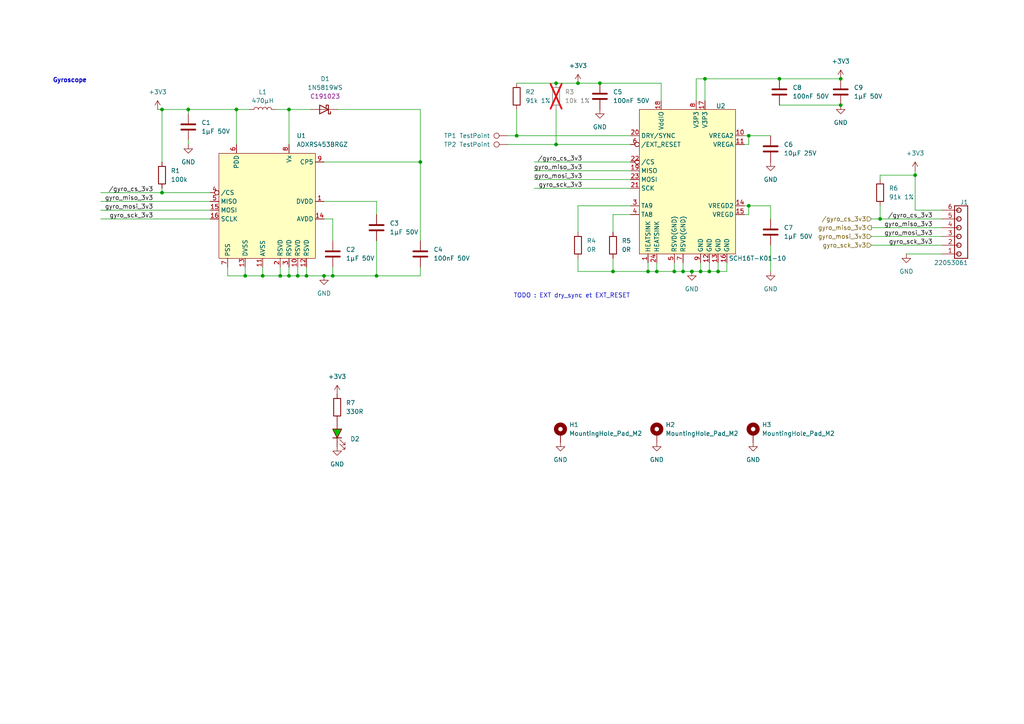
<source format=kicad_sch>
(kicad_sch (version 20231120) (generator "eeschema") (generator_version "8.0")
  (paper "A4")
  (lib_symbols
    (symbol "cocotter_capacitors:C_100nF_50V_0603" (pin_numbers hide) (pin_names (offset 0.254))
      (property "Reference" "C" (at 0.635 2.54 0))
      (property "Value" "100nF 50V" (at 0.635 -2.54 0))
      (symbol "C_100nF_50V_0603_0_1"
        (polyline (pts (xy -2.032 -0.762) (xy 2.032 -0.762)) (stroke (width 0.508)))
        (polyline (pts (xy -2.032 0.762) (xy 2.032 0.762)) (stroke (width 0.508)))
      )
      (symbol "C_100nF_50V_0603_1_1"
        (pin passive line (at 0 3.81 270) (length 2.794) (name "~") (number "1"))
        (pin passive line (at 0 -3.81 90) (length 2.794) (name "~") (number "2"))
      )
    )
    (symbol "cocotter_capacitors:C_10µF_25V_0805_X5R" (pin_numbers hide) (pin_names (offset 0.254))
      (property "Reference" "C" (at 0.635 2.54 0))
      (property "Value" "10µF 25V" (at 0.635 -2.54 0))
      (symbol "C_10µF_25V_0805_X5R_0_1"
        (polyline (pts (xy -2.032 -0.762) (xy 2.032 -0.762)) (stroke (width 0.508)))
        (polyline (pts (xy -2.032 0.762) (xy 2.032 0.762)) (stroke (width 0.508)))
      )
      (symbol "C_10µF_25V_0805_X5R_1_1"
        (pin passive line (at 0 3.81 270) (length 2.794) (name "~") (number "1"))
        (pin passive line (at 0 -3.81 90) (length 2.794) (name "~") (number "2"))
      )
    )
    (symbol "cocotter_capacitors:C_1µF_50V_0805" (pin_numbers hide) (pin_names (offset 0.254))
      (property "Reference" "C" (at 0.635 2.54 0))
      (property "Value" "1µF 50V" (at 0.635 -2.54 0))
      (symbol "C_1µF_50V_0805_0_1"
        (polyline (pts (xy -2.032 -0.762) (xy 2.032 -0.762)) (stroke (width 0.508)))
        (polyline (pts (xy -2.032 0.762) (xy 2.032 0.762)) (stroke (width 0.508)))
      )
      (symbol "C_1µF_50V_0805_1_1"
        (pin passive line (at 0 3.81 270) (length 2.794) (name "~") (number "1"))
        (pin passive line (at 0 -3.81 90) (length 2.794) (name "~") (number "2"))
      )
    )
    (symbol "cocotter_connectors:22053061"
      (property "Reference" "J" (at -6.604 8.636 0))
      (property "Value" "22053061" (at -2.794 -8.89 0))
      (symbol "22053061_1_0"
        (circle (center -5.08 -6.35) (radius 0.635) (stroke (width 0.254)))
        (circle (center -5.08 -3.81) (radius 0.635) (stroke (width 0.254)))
        (circle (center -5.08 -1.27) (radius 0.635) (stroke (width 0.254)))
        (circle (center -5.08 1.27) (radius 0.635) (stroke (width 0.254)))
        (circle (center -5.08 3.81) (radius 0.635) (stroke (width 0.254)))
        (circle (center -5.08 6.35) (radius 0.635) (stroke (width 0.254)))
        (polyline (pts (xy -7.62 7.62) (xy -7.62 -7.62)) (stroke (width 0.254)))
        (polyline (pts (xy -7.62 7.62) (xy -3.81 7.62)) (stroke (width 0.254)))
        (polyline (pts (xy -3.81 -7.62) (xy -7.62 -7.62)) (stroke (width 0.254)))
        (polyline (pts (xy -3.81 -7.62) (xy -3.81 7.62)) (stroke (width 0.254)))
        (pin passive line (at 0 -6.35 180) (length 5.08) (name "1") (number "1"))
        (pin passive line (at 0 -3.81 180) (length 5.08) (name "2") (number "2"))
        (pin passive line (at 0 -1.27 180) (length 5.08) (name "3") (number "3"))
        (pin passive line (at 0 1.27 180) (length 5.08) (name "4") (number "4"))
        (pin passive line (at 0 3.81 180) (length 5.08) (name "5") (number "5"))
        (pin passive line (at 0 6.35 180) (length 5.08) (name "6") (number "6"))
      )
    )
    (symbol "cocotter_diodes:1N5819WS" (pin_numbers hide) (pin_names (offset 1.016) hide)
      (property "Reference" "D" (at 0 2.54 0))
      (property "Value" "1N5819WS" (at 0 -2.54 0))
      (property "JLCPCB Part #" "C191023" (at 0 0 0))
      (symbol "1N5819WS_0_1"
        (polyline (pts (xy 1.27 0) (xy -1.27 0)))
        (polyline (pts (xy 1.27 1.27) (xy 1.27 -1.27) (xy -1.27 0) (xy 1.27 1.27)) (stroke (width 0.254)))
        (polyline (pts (xy -1.905 0.635) (xy -1.905 1.27) (xy -1.27 1.27) (xy -1.27 -1.27) (xy -0.635 -1.27) (xy -0.635 -0.635)) (stroke (width 0.254)))
      )
      (symbol "1N5819WS_1_1"
        (pin passive line (at -3.81 0 0) (length 2.54) (name "K") (number "1"))
        (pin passive line (at 3.81 0 180) (length 2.54) (name "A") (number "2"))
      )
    )
    (symbol "cocotter_diodes:green_led_0603" (pin_numbers hide) (pin_names (offset 1.016) hide)
      (property "Reference" "D" (at 0 2.54 0))
      (symbol "green_led_0603_0_1"
        (polyline (pts (xy -1.27 -1.27) (xy -1.27 1.27)) (stroke (width 0.254)))
        (polyline (pts (xy -3.048 -0.762) (xy -4.572 -2.286) (xy -3.81 -2.286) (xy -4.572 -2.286) (xy -4.572 -1.524)))
        (polyline (pts (xy -1.778 -0.762) (xy -3.302 -2.286) (xy -2.54 -2.286) (xy -3.302 -2.286) (xy -3.302 -1.524)))
      )
      (symbol "green_led_0603_1_1"
        (polyline (pts (xy 1.27 -1.27) (xy 1.27 1.27) (xy -1.27 0) (xy 1.27 -1.27)) (stroke (width 0.254)) (fill (type color) (color 0 194 0 1)))
        (pin passive line (at 3.81 0 180) (length 2.54) (name "A") (number "A"))
        (pin passive line (at -3.81 0 0) (length 2.54) (name "C") (number "C"))
      )
    )
    (symbol "cocotter_ic:ADXRS453BRGZ"
      (property "Reference" "U" (at 9.652 17.526 0))
      (property "Value" "ADXRS453BRGZ" (at 2.794 -5.588 0))
      (symbol "ADXRS453BRGZ_1_1"
        (rectangle (start -12.7 16.51) (end 15.24 -13.97) (fill (type background)))
        (pin power_out line (at 17.78 2.54 180) (length 2.54) (name "DVDD") (number "1"))
        (pin passive line (at 10.16 -16.51 90) (length 2.54) (name "RSVD") (number "10"))
        (pin passive line (at 0 -16.51 90) (length 2.54) (name "AVSS") (number "11"))
        (pin passive line (at 12.7 -16.51 90) (length 2.54) (name "RSVD") (number "12"))
        (pin passive line (at -5.08 -16.51 90) (length 2.54) (name "DVSS") (number "13"))
        (pin power_out line (at 17.78 -2.54 180) (length 2.54) (name "AVDD") (number "14"))
        (pin input line (at -15.24 0 0) (length 2.54) (name "MOSI") (number "15"))
        (pin input line (at -15.24 -2.54 0) (length 2.54) (name "SCLK") (number "16"))
        (pin passive line (at 5.08 -16.51 90) (length 2.54) (name "RSVD") (number "2"))
        (pin passive line (at 7.62 -16.51 90) (length 2.54) (name "RSVD") (number "3"))
        (pin input inverted (at -15.24 5.08 0) (length 2.54) (name "/CS") (number "4"))
        (pin output line (at -15.24 2.54 0) (length 2.54) (name "MISO") (number "5"))
        (pin power_in line (at -7.62 19.05 270) (length 2.54) (name "PDD") (number "6"))
        (pin passive line (at -10.16 -16.51 90) (length 2.54) (name "PSS") (number "7"))
        (pin power_in line (at 7.62 19.05 270) (length 2.54) (name "Vx") (number "8"))
        (pin power_in line (at 17.78 13.97 180) (length 2.54) (name "CP5") (number "9"))
      )
    )
    (symbol "cocotter_ic:SCH16T-K01-10"
      (property "Reference" "U" (at 10.922 28.956 0))
      (property "Value" "SCH16T-K01-10" (at 21.59 -15.24 0))
      (symbol "SCH16T-K01-10_1_0"
        (pin power_in line (at 3.81 30.48 270) (length 2.54) (name "V3P3") (number "8"))
      )
      (symbol "SCH16T-K01-10_1_1"
        (rectangle (start -12.7 27.94) (end 15.24 -13.97) (fill (type background)))
        (pin passive line (at -10.16 -16.51 90) (length 2.54) (name "HEATSINK") (number "1"))
        (pin power_out line (at 17.78 20.32 180) (length 2.54) (name "VREGA2") (number "10"))
        (pin power_out line (at 17.78 17.78 180) (length 2.54) (name "VREGA") (number "11"))
        (pin passive line (at 7.62 -16.51 90) (length 2.54) (name "GND") (number "12"))
        (pin passive line (at 10.16 -16.51 90) (length 2.54) (name "GND") (number "13"))
        (pin power_out line (at 17.78 0 180) (length 2.54) (name "VREGD2") (number "14"))
        (pin power_out line (at 17.78 -2.54 180) (length 2.54) (name "VREGD") (number "15"))
        (pin passive line (at 12.7 -16.51 90) (length 2.54) (name "GND") (number "16"))
        (pin power_in line (at 6.35 30.48 270) (length 2.54) (name "V3P3") (number "17"))
        (pin power_in line (at -6.35 30.48 270) (length 2.54) (name "VddIO") (number "18"))
        (pin output line (at -15.24 10.16 0) (length 2.54) (name "MISO") (number "19"))
        (pin no_connect line (at 15.875 -8.89 180) (length 0.635) hide (name "NC") (number "2"))
        (pin bidirectional line (at -15.24 20.32 0) (length 2.54) (name "DRY/SYNC") (number "20"))
        (pin input line (at -15.24 5.08 0) (length 2.54) (name "SCK") (number "21"))
        (pin input inverted (at -15.24 12.7 0) (length 2.54) (name "/CS") (number "22"))
        (pin input line (at -15.24 7.62 0) (length 2.54) (name "MOSI") (number "23"))
        (pin passive line (at -7.62 -16.51 90) (length 2.54) (name "HEATSINK") (number "24"))
        (pin input line (at -15.24 0 0) (length 2.54) (name "TA9") (number "3"))
        (pin input line (at -15.24 -2.54 0) (length 2.54) (name "TA8") (number "4"))
        (pin passive line (at -2.54 -16.51 90) (length 2.54) (name "RSVD(GND)") (number "5"))
        (pin input inverted (at -15.24 17.78 0) (length 2.54) (name "/EXT_RESET") (number "6"))
        (pin passive line (at 0 -16.51 90) (length 2.54) (name "RSVD(GND)") (number "7"))
        (pin passive line (at 5.08 -16.51 90) (length 2.54) (name "GND") (number "9"))
      )
    )
    (symbol "cocotter_inductors:B82422H1474J" (pin_numbers hide) (pin_names (offset 0) hide)
      (property "Reference" "L" (at 1.524 3.556 0))
      (property "Value" "470µH" (at 4.064 -1.778 0))
      (symbol "B82422H1474J_0_1"
        (arc (start 0 -2.54) (mid 0.6323 -1.905) (end 0 -1.27))
        (arc (start 0 -1.27) (mid 0.6323 -0.635) (end 0 0))
        (arc (start 0 0) (mid 0.6323 0.635) (end 0 1.27))
        (arc (start 0 1.27) (mid 0.6323 1.905) (end 0 2.54))
      )
      (symbol "B82422H1474J_1_1"
        (pin passive line (at 0 3.81 270) (length 1.27) (name "1") (number "1"))
        (pin passive line (at 0 -3.81 90) (length 1.27) (name "2") (number "2"))
      )
    )
    (symbol "cocotter_others:MountingHole_Pad_M2" (pin_numbers hide) (pin_names (offset 1.016) hide) (exclude_from_sim yes) (in_bom no)
      (property "Reference" "H" (at 0 6.35 0))
      (property "Value" "MountingHole_Pad_M2" (at 0 4.445 0))
      (symbol "MountingHole_Pad_M2_0_1"
        (circle (center 0 1.27) (radius 1.27) (stroke (width 1.27)))
      )
      (symbol "MountingHole_Pad_M2_1_1"
        (pin input line (at 0 -2.54 90) (length 2.54) (name "1") (number "1"))
      )
    )
    (symbol "cocotter_others:TestPoint" (pin_numbers hide) (pin_names (offset 0.762) hide) (in_bom no)
      (property "Reference" "TP" (at 0 6.858 0))
      (property "Value" "TestPoint" (at 0 5.08 0))
      (symbol "TestPoint_0_1"
        (circle (center 0 3.302) (radius 0.762))
      )
      (symbol "TestPoint_1_1"
        (pin passive line (at 0 0 90) (length 2.54) (name "1") (number "1"))
      )
    )
    (symbol "cocotter_resistors:R_0R_0603" (pin_numbers hide) (pin_names (offset 0))
      (property "Reference" "R" (at 1.27 1.27 0))
      (property "Value" "0R" (at 3.81 -1.27 0))
      (symbol "R_0R_0603_0_1"
        (rectangle (start -1.016 -2.54) (end 1.016 2.54) (stroke (width 0.254)))
      )
      (symbol "R_0R_0603_1_1"
        (pin passive line (at 0 3.81 270) (length 1.27) (name "~") (number "1"))
        (pin passive line (at 0 -3.81 90) (length 1.27) (name "~") (number "2"))
      )
    )
    (symbol "cocotter_resistors:R_100k_0603_1%" (pin_numbers hide) (pin_names (offset 0))
      (property "Reference" "R" (at 1.27 1.27 0))
      (property "Value" "100k" (at 3.81 -1.27 0))
      (symbol "R_100k_0603_1%_0_1"
        (rectangle (start -1.016 -2.54) (end 1.016 2.54) (stroke (width 0.254)))
      )
      (symbol "R_100k_0603_1%_1_1"
        (pin passive line (at 0 3.81 270) (length 1.27) (name "~") (number "1"))
        (pin passive line (at 0 -3.81 90) (length 1.27) (name "~") (number "2"))
      )
    )
    (symbol "cocotter_resistors:R_10k_0603_1%" (pin_numbers hide) (pin_names (offset 0))
      (property "Reference" "R" (at 1.27 1.27 0))
      (property "Value" "10k 1%" (at 3.81 -1.27 0))
      (symbol "R_10k_0603_1%_0_1"
        (rectangle (start -1.016 -2.54) (end 1.016 2.54) (stroke (width 0.254)))
      )
      (symbol "R_10k_0603_1%_1_1"
        (pin passive line (at 0 3.81 270) (length 1.27) (name "~") (number "1"))
        (pin passive line (at 0 -3.81 90) (length 1.27) (name "~") (number "2"))
      )
    )
    (symbol "cocotter_resistors:R_330R_0603_1%" (pin_numbers hide) (pin_names (offset 0))
      (property "Reference" "R" (at 1.27 1.27 0))
      (property "Value" "330R" (at 3.81 -1.27 0))
      (symbol "R_330R_0603_1%_0_1"
        (rectangle (start -1.016 -2.54) (end 1.016 2.54) (stroke (width 0.254)))
      )
      (symbol "R_330R_0603_1%_1_1"
        (pin passive line (at 0 3.81 270) (length 1.27) (name "~") (number "1"))
        (pin passive line (at 0 -3.81 90) (length 1.27) (name "~") (number "2"))
      )
    )
    (symbol "cocotter_resistors:R_91k_0603_1%" (pin_numbers hide) (pin_names (offset 0))
      (property "Reference" "R" (at 1.27 1.27 0))
      (property "Value" "91k 1%" (at 4.826 -1.27 0))
      (symbol "R_91k_0603_1%_0_1"
        (rectangle (start -1.016 -2.54) (end 1.016 2.54) (stroke (width 0.254)))
      )
      (symbol "R_91k_0603_1%_1_1"
        (pin passive line (at 0 3.81 270) (length 1.27) (name "~") (number "1"))
        (pin passive line (at 0 -3.81 90) (length 1.27) (name "~") (number "2"))
      )
    )
    (symbol "pmi_2023_specific:+3V3_m" (power) (pin_numbers hide) (pin_names (offset 0) hide)
      (property "Value" "+3V3_m" (at 0 3.556 0))
      (symbol "+3V3_m_0_1"
        (polyline (pts (xy -0.762 1.27) (xy 0 2.54)))
        (polyline (pts (xy 0 0) (xy 0 2.54)))
        (polyline (pts (xy 0 2.54) (xy 0.762 1.27)))
      )
      (symbol "+3V3_m_1_1"
        (pin power_in line (at 0 0 90) (length 0) (name "~") (number "1"))
      )
    )
    (symbol "power:GND" (power) (pin_numbers hide) (pin_names (offset 0) hide)
      (property "Value" "GND" (at 0 -3.81 0))
      (symbol "GND_0_1"
        (polyline (pts (xy 0 0) (xy 0 -1.27) (xy 1.27 -1.27) (xy 0 -2.54) (xy -1.27 -1.27) (xy 0 -1.27)))
      )
      (symbol "GND_1_1"
        (pin power_in line (at 0 0 270) (length 0) (name "~") (number "1"))
      )
    )
  )
  (junction (at 93.98 80.01))
  (junction (at 161.29 41.91))
  (junction (at 226.06 22.86))
  (junction (at 81.28 80.01))
  (junction (at 109.22 80.01))
  (junction (at 187.96 78.74))
  (junction (at 68.58 31.75))
  (junction (at 88.9 80.01))
  (junction (at 203.2 78.74))
  (junction (at 83.82 80.01))
  (junction (at 121.92 46.99))
  (junction (at 86.36 80.01))
  (junction (at 177.8 78.74))
  (junction (at 205.74 78.74))
  (junction (at 161.29 24.13))
  (junction (at 190.5 78.74))
  (junction (at 54.61 31.75))
  (junction (at 217.17 39.37))
  (junction (at 198.12 78.74))
  (junction (at 96.52 80.01))
  (junction (at 46.99 55.88))
  (junction (at 265.43 50.8))
  (junction (at 71.12 80.01))
  (junction (at 167.64 24.13))
  (junction (at 204.47 22.86))
  (junction (at 149.86 39.37))
  (junction (at 200.66 78.74))
  (junction (at 243.84 22.86))
  (junction (at 46.99 31.75))
  (junction (at 173.99 24.13))
  (junction (at 208.28 78.74))
  (junction (at 243.84 30.48))
  (junction (at 255.27 63.5))
  (junction (at 195.58 78.74))
  (junction (at 83.82 31.75))
  (junction (at 217.17 59.69))
  (junction (at 76.2 80.01))
  (wire (pts (xy 215.9 62.23) (xy 217.17 62.23)))
  (wire (pts (xy 190.5 78.74) (xy 195.58 78.74)))
  (wire (pts (xy 109.22 80.01) (xy 109.22 69.85)))
  (wire (pts (xy 161.29 41.91) (xy 161.29 31.75)))
  (wire (pts (xy 255.27 50.8) (xy 265.43 50.8)))
  (wire (pts (xy 29.21 63.5) (xy 60.96 63.5)))
  (wire (pts (xy 226.06 22.86) (xy 243.84 22.86)))
  (wire (pts (xy 252.73 68.58) (xy 273.05 68.58)))
  (wire (pts (xy 208.28 78.74) (xy 210.82 78.74)))
  (wire (pts (xy 204.47 22.86) (xy 226.06 22.86)))
  (wire (pts (xy 46.99 31.75) (xy 54.61 31.75)))
  (wire (pts (xy 191.77 24.13) (xy 173.99 24.13)))
  (wire (pts (xy 190.5 76.2) (xy 190.5 78.74)))
  (wire (pts (xy 252.73 66.04) (xy 273.05 66.04)))
  (wire (pts (xy 66.04 77.47) (xy 66.04 80.01)))
  (wire (pts (xy 96.52 77.47) (xy 96.52 80.01)))
  (wire (pts (xy 83.82 31.75) (xy 90.17 31.75)))
  (wire (pts (xy 265.43 49.53) (xy 265.43 50.8)))
  (wire (pts (xy 205.74 76.2) (xy 205.74 78.74)))
  (wire (pts (xy 96.52 80.01) (xy 109.22 80.01)))
  (wire (pts (xy 76.2 77.47) (xy 76.2 80.01)))
  (wire (pts (xy 252.73 63.5) (xy 255.27 63.5)))
  (wire (pts (xy 255.27 52.07) (xy 255.27 50.8)))
  (wire (pts (xy 68.58 31.75) (xy 72.39 31.75)))
  (wire (pts (xy 252.73 71.12) (xy 273.05 71.12)))
  (wire (pts (xy 262.89 73.66) (xy 273.05 73.66)))
  (wire (pts (xy 83.82 41.91) (xy 83.82 31.75)))
  (wire (pts (xy 154.94 46.99) (xy 182.88 46.99)))
  (wire (pts (xy 86.36 80.01) (xy 88.9 80.01)))
  (wire (pts (xy 198.12 78.74) (xy 200.66 78.74)))
  (wire (pts (xy 71.12 77.47) (xy 71.12 80.01)))
  (wire (pts (xy 46.99 55.88) (xy 60.96 55.88)))
  (wire (pts (xy 93.98 63.5) (xy 96.52 63.5)))
  (wire (pts (xy 217.17 59.69) (xy 223.52 59.69)))
  (wire (pts (xy 81.28 80.01) (xy 83.82 80.01)))
  (wire (pts (xy 210.82 78.74) (xy 210.82 76.2)))
  (wire (pts (xy 88.9 80.01) (xy 93.98 80.01)))
  (wire (pts (xy 46.99 31.75) (xy 46.99 46.99)))
  (wire (pts (xy 226.06 30.48) (xy 243.84 30.48)))
  (wire (pts (xy 177.8 78.74) (xy 187.96 78.74)))
  (wire (pts (xy 54.61 33.02) (xy 54.61 31.75)))
  (wire (pts (xy 29.21 60.96) (xy 60.96 60.96)))
  (wire (pts (xy 182.88 62.23) (xy 177.8 62.23)))
  (wire (pts (xy 217.17 41.91) (xy 217.17 39.37)))
  (wire (pts (xy 203.2 78.74) (xy 205.74 78.74)))
  (wire (pts (xy 109.22 80.01) (xy 121.92 80.01)))
  (wire (pts (xy 205.74 78.74) (xy 208.28 78.74)))
  (wire (pts (xy 83.82 80.01) (xy 86.36 80.01)))
  (wire (pts (xy 198.12 76.2) (xy 198.12 78.74)))
  (wire (pts (xy 167.64 24.13) (xy 173.99 24.13)))
  (wire (pts (xy 93.98 80.01) (xy 96.52 80.01)))
  (wire (pts (xy 97.79 31.75) (xy 121.92 31.75)))
  (wire (pts (xy 45.72 31.75) (xy 46.99 31.75)))
  (wire (pts (xy 187.96 78.74) (xy 190.5 78.74)))
  (wire (pts (xy 76.2 80.01) (xy 81.28 80.01)))
  (wire (pts (xy 217.17 39.37) (xy 215.9 39.37)))
  (wire (pts (xy 83.82 31.75) (xy 80.01 31.75)))
  (wire (pts (xy 217.17 59.69) (xy 217.17 62.23)))
  (wire (pts (xy 109.22 58.42) (xy 109.22 62.23)))
  (wire (pts (xy 255.27 59.69) (xy 255.27 63.5)))
  (wire (pts (xy 265.43 60.96) (xy 273.05 60.96)))
  (wire (pts (xy 93.98 46.99) (xy 121.92 46.99)))
  (wire (pts (xy 54.61 40.64) (xy 54.61 41.91)))
  (wire (pts (xy 88.9 77.47) (xy 88.9 80.01)))
  (wire (pts (xy 177.8 74.93) (xy 177.8 78.74)))
  (wire (pts (xy 167.64 78.74) (xy 177.8 78.74)))
  (wire (pts (xy 93.98 58.42) (xy 109.22 58.42)))
  (wire (pts (xy 29.21 58.42) (xy 60.96 58.42)))
  (wire (pts (xy 149.86 39.37) (xy 182.88 39.37)))
  (wire (pts (xy 177.8 62.23) (xy 177.8 67.31)))
  (wire (pts (xy 83.82 77.47) (xy 83.82 80.01)))
  (wire (pts (xy 215.9 59.69) (xy 217.17 59.69)))
  (wire (pts (xy 149.86 24.13) (xy 161.29 24.13)))
  (wire (pts (xy 215.9 41.91) (xy 217.17 41.91)))
  (wire (pts (xy 195.58 78.74) (xy 198.12 78.74)))
  (wire (pts (xy 203.2 76.2) (xy 203.2 78.74)))
  (wire (pts (xy 46.99 55.88) (xy 46.99 54.61)))
  (wire (pts (xy 96.52 63.5) (xy 96.52 69.85)))
  (wire (pts (xy 147.32 41.91) (xy 161.29 41.91)))
  (wire (pts (xy 187.96 76.2) (xy 187.96 78.74)))
  (wire (pts (xy 182.88 59.69) (xy 167.64 59.69)))
  (wire (pts (xy 121.92 31.75) (xy 121.92 46.99)))
  (wire (pts (xy 195.58 76.2) (xy 195.58 78.74)))
  (wire (pts (xy 68.58 31.75) (xy 68.58 41.91)))
  (wire (pts (xy 255.27 63.5) (xy 273.05 63.5)))
  (wire (pts (xy 54.61 31.75) (xy 68.58 31.75)))
  (wire (pts (xy 161.29 24.13) (xy 167.64 24.13)))
  (wire (pts (xy 201.93 22.86) (xy 204.47 22.86)))
  (wire (pts (xy 161.29 41.91) (xy 182.88 41.91)))
  (wire (pts (xy 71.12 80.01) (xy 76.2 80.01)))
  (wire (pts (xy 29.21 55.88) (xy 46.99 55.88)))
  (wire (pts (xy 167.64 74.93) (xy 167.64 78.74)))
  (wire (pts (xy 149.86 31.75) (xy 149.86 39.37)))
  (wire (pts (xy 147.32 39.37) (xy 149.86 39.37)))
  (wire (pts (xy 66.04 80.01) (xy 71.12 80.01)))
  (wire (pts (xy 223.52 71.12) (xy 223.52 78.74)))
  (wire (pts (xy 223.52 59.69) (xy 223.52 63.5)))
  (wire (pts (xy 167.64 59.69) (xy 167.64 67.31)))
  (wire (pts (xy 191.77 29.21) (xy 191.77 24.13)))
  (wire (pts (xy 217.17 39.37) (xy 223.52 39.37)))
  (wire (pts (xy 121.92 80.01) (xy 121.92 77.47)))
  (wire (pts (xy 265.43 50.8) (xy 265.43 60.96)))
  (wire (pts (xy 201.93 29.21) (xy 201.93 22.86)))
  (wire (pts (xy 154.94 49.53) (xy 182.88 49.53)))
  (wire (pts (xy 81.28 77.47) (xy 81.28 80.01)))
  (wire (pts (xy 208.28 76.2) (xy 208.28 78.74)))
  (wire (pts (xy 121.92 46.99) (xy 121.92 69.85)))
  (wire (pts (xy 154.94 54.61) (xy 182.88 54.61)))
  (wire (pts (xy 86.36 77.47) (xy 86.36 80.01)))
  (wire (pts (xy 154.94 52.07) (xy 182.88 52.07)))
  (wire (pts (xy 200.66 78.74) (xy 203.2 78.74)))
  (wire (pts (xy 204.47 22.86) (xy 204.47 29.21)))
  (text "Gyroscope" (at 15.24 24.13 0) (effects (font (size 1.27 1.27) (thickness 0.254) (bold yes)) (justify left bottom)))
  (text "TODO : EXT dry_sync et EXT_RESET" (at 165.862 85.852 0) (effects (font (size 1.27 1.27))))
  (label "gyro_miso_3v3" (at 44.45 58.42 180))
  (label "gyro_miso_3v3" (at 168.91 49.53 180))
  (label "{slash}gyro_cs_3v3" (at 270.51 63.5 180))
  (label "gyro_sck_3v3" (at 270.51 71.12 180))
  (label "{slash}gyro_cs_3v3" (at 168.91 46.99 180))
  (label "gyro_mosi_3v3" (at 44.45 60.96 180))
  (label "{slash}gyro_cs_3v3" (at 44.45 55.88 180))
  (label "gyro_sck_3v3" (at 44.45 63.5 180))
  (label "gyro_mosi_3v3" (at 168.91 52.07 180))
  (label "gyro_sck_3v3" (at 168.91 54.61 180))
  (label "gyro_mosi_3v3" (at 270.51 68.58 180))
  (label "gyro_miso_3v3" (at 270.51 66.04 180))
  (hierarchical_label "{slash}gyro_cs_3v3" (shape input) (at 252.73 63.5 180))
  (hierarchical_label "gyro_mosi_3v3" (shape input) (at 252.73 68.58 180))
  (hierarchical_label "gyro_sck_3v3" (shape input) (at 252.73 71.12 180))
  (hierarchical_label "gyro_miso_3v3" (shape output) (at 252.73 66.04 180))
  (symbol (lib_id "cocotter_ic:ADXRS453BRGZ") (at 76.2 60.96 0) (unit 1) (on_board no)
    (property "Reference" "U1" (at 86.0141 39.37 0) (effects (justify left)))
    (property "Value" "ADXRS453BRGZ" (at 86.0141 41.91 0) (effects (justify left)))
    (property "Footprint" "cocotter_ic:SOIC-16W_7.5x10.3mm_P1.27mm" (effects (hide yes)))
    (property "Description" "High Performance, Digital Output Gyroscope" (effects (hide yes)))
  )
  (symbol (lib_id "cocotter_resistors:R_0R_0603") (at 177.8 71.12 0) (unit 1)
    (property "Reference" "R5" (at 180.34 69.8499 0) (effects (justify left)))
    (property "Value" "0R" (at 180.34 72.3899 0) (effects (justify left)))
    (property "Footprint" "cocotter_resistor:r0603_reflow" (effects (hide yes)))
    (property "Description" "Resistor" (effects (hide yes)))
    (property "Specification" "0R 0603 20mOhms max 100mW" (effects (hide yes)))
    (property "JLCPCB Part #" "C431718" (effects (hide yes)))
  )
  (symbol (lib_id "cocotter_connectors:22053061") (at 273.05 67.31 0) (mirror y) (unit 1)
    (property "Reference" "J1" (at 279.654 58.674 0))
    (property "Value" "22053061" (at 275.844 76.2 0))
    (property "Footprint" "cocotter_connectors:22053061" (effects (hide yes)))
    (property "Description" "mini KK, 2.54mm pitch, 6 ways, right angle" (effects (hide yes)))
  )
  (symbol (lib_id "cocotter_capacitors:C_1µF_50V_0805") (at 109.22 66.04 0) (unit 1) (on_board no)
    (property "Reference" "C3" (at 113.03 64.7699 0) (effects (justify left)))
    (property "Value" "1µF 50V" (at 113.03 67.3099 0) (effects (justify left)))
    (property "Footprint" "cocotter_capacitors:C_0805_2012Metric" (effects (hide yes)))
    (property "Description" "Unpolarized capacitor X7R" (effects (hide yes)))
    (property "Specification" "1µF 50V X7R 0805 " (effects (hide yes)))
    (property "JLCPCB Part #" "C28323" (effects (hide yes)))
  )
  (symbol (lib_id "pmi_2023_specific:+3V3_m") (at 97.79 114.3 0) (unit 1) (on_board no)
    (property "Reference" "#PWR13" (effects (hide yes)))
    (property "Value" "+3V3" (at 97.79 109.22 0))
    (property "Description" "Power symbol creates a global label with name \"+3V3_m\"" (effects (hide yes)))
  )
  (symbol (lib_id "power:GND") (at 243.84 30.48 0) (unit 1) (on_board no)
    (property "Reference" "#PWR10" (effects (hide yes)))
    (property "Value" "GND" (at 243.84 35.56 0))
    (property "Description" "Power symbol creates a global label with name \"GND\" , ground" (effects (hide yes)))
  )
  (symbol (lib_id "cocotter_inductors:B82422H1474J") (at 76.2 31.75 90) (unit 1) (on_board no)
    (property "Reference" "L1" (at 76.2 26.67 90))
    (property "Value" "470µH" (at 76.2 29.21 90))
    (property "Footprint" "cocotter_inductors:L_Kyocera_07A7_7.3x6.6mm" (effects (hide yes)))
    (property "Datasheet" "https://product.tdk.com/system/files/dam/doc/product/inductor/inductor/smd/data_sheet/30/db/ind_2008/b82422h.pdf" (effects (hide yes)))
    (property "Description" "470 µH, Isat 100mA, DCR 20Ohms" (effects (hide yes)))
    (property "JLCPCB Part #" "C1330269" (effects (hide yes)))
  )
  (symbol (lib_id "pmi_2023_specific:+3V3_m") (at 45.72 31.75 0) (unit 1) (on_board no)
    (property "Reference" "#PWR1" (effects (hide yes)))
    (property "Value" "+3V3" (at 45.72 26.67 0))
    (property "Description" "Power symbol creates a global label with name \"+3V3_m\"" (effects (hide yes)))
  )
  (symbol (lib_id "cocotter_others:TestPoint") (at 147.32 41.91 90) (unit 1) (in_bom no) (on_board no)
    (property "Reference" "TP2" (at 130.556 41.91 90))
    (property "Value" "TestPoint" (at 137.668 41.91 90))
    (property "Footprint" "cocotter_others:testpoint-THT-0.5mm" (effects (hide yes)))
    (property "Description" "test point" (effects (hide yes)))
  )
  (symbol (lib_id "cocotter_capacitors:C_1µF_50V_0805") (at 54.61 36.83 0) (unit 1) (on_board no)
    (property "Reference" "C1" (at 58.42 35.5599 0) (effects (justify left)))
    (property "Value" "1µF 50V" (at 58.42 38.0999 0) (effects (justify left)))
    (property "Footprint" "cocotter_capacitors:C_0805_2012Metric" (effects (hide yes)))
    (property "Description" "Unpolarized capacitor X7R" (effects (hide yes)))
    (property "Specification" "1µF 50V X7R 0805 " (effects (hide yes)))
    (property "JLCPCB Part #" "C28323" (effects (hide yes)))
  )
  (symbol (lib_id "cocotter_resistors:R_100k_0603_1%") (at 46.99 50.8 0) (unit 1) (on_board no)
    (property "Reference" "R1" (at 49.53 49.5299 0) (effects (justify left)))
    (property "Value" "100k" (at 49.53 52.0699 0) (effects (justify left)))
    (property "Footprint" "cocotter_resistor:r0603_reflow" (effects (hide yes)))
    (property "Description" "Resistor" (effects (hide yes)))
    (property "Specification" "100k 0603 1% 100mW" (effects (hide yes)))
    (property "mouser" "603-RC0603FR-10100KL" (effects (hide yes)))
    (property "JLCPCB Part #" "C25803" (effects (hide yes)))
  )
  (symbol (lib_id "cocotter_capacitors:C_100nF_50V_0603") (at 173.99 27.94 0) (unit 1)
    (property "Reference" "C5" (at 177.8 26.6699 0) (effects (justify left)))
    (property "Value" "100nF 50V" (at 177.8 29.2099 0) (effects (justify left)))
    (property "Footprint" "cocotter_capacitors:C_0603_1608Metric" (effects (hide yes)))
    (property "Description" "Unpolarized capacitor tol +/-10%" (effects (hide yes)))
    (property "Specification" "100nF 50V X7R 0603 " (effects (hide yes)))
    (property "JLCPCB Part #" "C14663" (effects (hide yes)))
  )
  (symbol (lib_id "cocotter_ic:SCH16T-K01-10") (at 198.12 59.69 0) (unit 1)
    (property "Reference" "U2" (at 209.042 30.734 0))
    (property "Value" "SCH16T-K01-10" (at 219.71 74.93 0))
    (property "Footprint" "cocotter_ic:SCH16T" (effects (hide yes)))
    (property "Description" "High Performance, Digital Output Gyroscope, Murata" (effects (hide yes)))
  )
  (symbol (lib_id "power:GND") (at 262.89 73.66 0) (unit 1) (on_board no)
    (property "Reference" "#PWR11" (effects (hide yes)))
    (property "Value" "GND" (at 262.89 78.74 0))
    (property "Description" "Power symbol creates a global label with name \"GND\" , ground" (effects (hide yes)))
  )
  (symbol (lib_id "cocotter_capacitors:C_10µF_25V_0805_X5R") (at 223.52 43.18 0) (unit 1)
    (property "Reference" "C6" (at 227.33 41.9099 0) (effects (justify left)))
    (property "Value" "10µF 25V" (at 227.33 44.4499 0) (effects (justify left)))
    (property "Footprint" "cocotter_capacitors:C_0805_2012Metric" (effects (hide yes)))
    (property "Description" "Unpolarized capacitor" (effects (hide yes)))
    (property "Specification" "10µF 25V X7R 0805 " (effects (hide yes)))
    (property "JLCPCB Part #" "C15850" (effects (hide yes)))
  )
  (symbol (lib_id "cocotter_resistors:R_91k_0603_1%") (at 149.86 27.94 0) (unit 1)
    (property "Reference" "R2" (at 152.4 26.6699 0) (effects (justify left)))
    (property "Value" "91k 1%" (at 152.4 29.2099 0) (effects (justify left)))
    (property "Footprint" "cocotter_resistor:r0603_reflow" (effects (hide yes)))
    (property "Description" "Resistor" (effects (hide yes)))
    (property "Specification" "91k 0603 1% 100mW" (effects (hide yes)))
    (property "JLCPCB Part #" "C23265" (effects (hide yes)))
  )
  (symbol (lib_id "power:GND") (at 218.44 128.27 0) (unit 1) (on_board no)
    (property "Reference" "#PWR17" (effects (hide yes)))
    (property "Value" "GND" (at 218.44 133.35 0))
    (property "Description" "Power symbol creates a global label with name \"GND\" , ground" (effects (hide yes)))
  )
  (symbol (lib_id "power:GND") (at 200.66 78.74 0) (unit 1) (on_board no)
    (property "Reference" "#PWR6" (effects (hide yes)))
    (property "Value" "GND" (at 200.66 83.82 0))
    (property "Description" "Power symbol creates a global label with name \"GND\" , ground" (effects (hide yes)))
  )
  (symbol (lib_id "cocotter_others:MountingHole_Pad_M2") (at 218.44 125.73 0) (unit 1) (exclude_from_sim yes) (in_bom no)
    (property "Reference" "H3" (at 220.98 123.1899 0) (effects (justify left)))
    (property "Value" "MountingHole_Pad_M2" (at 220.98 125.7299 0) (effects (justify left)))
    (property "Footprint" "cocotter_others:MountingHole_2.2mm_M2_Pad_Via" (effects (hide yes)))
    (property "Description" "Mounting Hole with connection" (effects (hide yes)))
  )
  (symbol (lib_id "power:GND") (at 54.61 41.91 0) (unit 1) (on_board no)
    (property "Reference" "#PWR2" (effects (hide yes)))
    (property "Value" "GND" (at 54.61 46.99 0))
    (property "Description" "Power symbol creates a global label with name \"GND\" , ground" (effects (hide yes)))
  )
  (symbol (lib_id "power:GND") (at 223.52 78.74 0) (unit 1) (on_board no)
    (property "Reference" "#PWR8" (effects (hide yes)))
    (property "Value" "GND" (at 223.52 83.82 0))
    (property "Description" "Power symbol creates a global label with name \"GND\" , ground" (effects (hide yes)))
  )
  (symbol (lib_id "cocotter_others:TestPoint") (at 147.32 39.37 90) (unit 1) (in_bom no) (on_board no)
    (property "Reference" "TP1" (at 130.556 39.37 90))
    (property "Value" "TestPoint" (at 137.668 39.37 90))
    (property "Footprint" "cocotter_others:testpoint-THT-0.5mm" (effects (hide yes)))
    (property "Description" "test point" (effects (hide yes)))
  )
  (symbol (lib_id "cocotter_capacitors:C_100nF_50V_0603") (at 121.92 73.66 0) (unit 1) (on_board no)
    (property "Reference" "C4" (at 125.73 72.3899 0) (effects (justify left)))
    (property "Value" "100nF 50V" (at 125.73 74.9299 0) (effects (justify left)))
    (property "Footprint" "cocotter_capacitors:C_0603_1608Metric" (effects (hide yes)))
    (property "Description" "Unpolarized capacitor tol +/-10%" (effects (hide yes)))
    (property "Specification" "100nF 50V X7R 0603 " (effects (hide yes)))
    (property "JLCPCB Part #" "C14663" (effects (hide yes)))
  )
  (symbol (lib_id "power:GND") (at 223.52 46.99 0) (unit 1) (on_board no)
    (property "Reference" "#PWR7" (effects (hide yes)))
    (property "Value" "GND" (at 223.52 52.07 0))
    (property "Description" "Power symbol creates a global label with name \"GND\" , ground" (effects (hide yes)))
  )
  (symbol (lib_id "power:GND") (at 190.5 128.27 0) (unit 1) (on_board no)
    (property "Reference" "#PWR16" (effects (hide yes)))
    (property "Value" "GND" (at 190.5 133.35 0))
    (property "Description" "Power symbol creates a global label with name \"GND\" , ground" (effects (hide yes)))
  )
  (symbol (lib_id "power:GND") (at 93.98 80.01 0) (unit 1) (on_board no)
    (property "Reference" "#PWR3" (effects (hide yes)))
    (property "Value" "GND" (at 93.98 85.09 0))
    (property "Description" "Power symbol creates a global label with name \"GND\" , ground" (effects (hide yes)))
  )
  (symbol (lib_id "cocotter_resistors:R_91k_0603_1%") (at 255.27 55.88 0) (unit 1)
    (property "Reference" "R6" (at 257.81 54.6099 0) (effects (justify left)))
    (property "Value" "91k 1%" (at 257.81 57.1499 0) (effects (justify left)))
    (property "Footprint" "cocotter_resistor:r0603_reflow" (effects (hide yes)))
    (property "Description" "Resistor" (effects (hide yes)))
    (property "Specification" "91k 0603 1% 100mW" (effects (hide yes)))
    (property "JLCPCB Part #" "C23265" (effects (hide yes)))
  )
  (symbol (lib_id "cocotter_diodes:green_led_0603") (at 97.79 125.73 90) (unit 1)
    (property "Reference" "D2" (at 101.6 127.3174 90) (effects (justify right)))
    (property "Value" "green, 0603" (effects (hide yes)))
    (property "Footprint" "cocotter_diodes:LED_0603_1608Metric" (effects (hide yes)))
    (property "Description" "Light emitting diode, Green, Vf=[2V; 2.4V]" (effects (hide yes)))
    (property "DIGIKEY_REF" "3147-B19Y1UYG-20C000313U1930CT-ND" (effects (hide yes)))
    (property "MOUSER_REF" "710-150060VS55040" (effects (hide yes)))
    (property "JLCPCB Part #" "C22371299" (effects (hide yes)))
  )
  (symbol (lib_id "cocotter_capacitors:C_1µF_50V_0805") (at 223.52 67.31 0) (unit 1)
    (property "Reference" "C7" (at 227.33 66.0399 0) (effects (justify left)))
    (property "Value" "1µF 50V" (at 227.33 68.5799 0) (effects (justify left)))
    (property "Footprint" "cocotter_capacitors:C_0805_2012Metric" (effects (hide yes)))
    (property "Description" "Unpolarized capacitor X7R" (effects (hide yes)))
    (property "Specification" "1µF 50V X7R 0805 " (effects (hide yes)))
    (property "JLCPCB Part #" "C28323" (effects (hide yes)))
  )
  (symbol (lib_id "power:GND") (at 162.56 128.27 0) (unit 1) (on_board no)
    (property "Reference" "#PWR15" (effects (hide yes)))
    (property "Value" "GND" (at 162.56 133.35 0))
    (property "Description" "Power symbol creates a global label with name \"GND\" , ground" (effects (hide yes)))
  )
  (symbol (lib_id "cocotter_resistors:R_0R_0603") (at 167.64 71.12 0) (unit 1)
    (property "Reference" "R4" (at 170.18 69.8499 0) (effects (justify left)))
    (property "Value" "0R" (at 170.18 72.3899 0) (effects (justify left)))
    (property "Footprint" "cocotter_resistor:r0603_reflow" (effects (hide yes)))
    (property "Description" "Resistor" (effects (hide yes)))
    (property "Specification" "0R 0603 20mOhms max 100mW" (effects (hide yes)))
    (property "JLCPCB Part #" "C431718" (effects (hide yes)))
  )
  (symbol (lib_id "cocotter_diodes:1N5819WS") (at 93.98 31.75 180) (unit 1) (on_board no)
    (property "Reference" "D1" (at 94.2975 22.86 0))
    (property "Value" "1N5819WS" (at 94.2975 25.4 0))
    (property "Footprint" "cocotter_diodes:D_SOD-323" (effects (hide yes)))
    (property "Datasheet" "https://datasheet.lcsc.com/lcsc/2204281430_Guangdong-Hottech-1N5819WS_C191023.pdf" (effects (hide yes)))
    (property "Description" "40V 600mV@1A 1A SOD-323 Schottky Barrier Diodes, SOD-323" (effects (hide yes)))
    (property "JLCPCB Part #" "C191023" (at 94.2975 27.94 0))
  )
  (symbol (lib_id "power:GND") (at 97.79 129.54 0) (unit 1) (on_board no)
    (property "Reference" "#PWR14" (effects (hide yes)))
    (property "Value" "GND" (at 97.79 134.62 0))
    (property "Description" "Power symbol creates a global label with name \"GND\" , ground" (effects (hide yes)))
  )
  (symbol (lib_id "pmi_2023_specific:+3V3_m") (at 167.64 24.13 0) (unit 1) (on_board no)
    (property "Reference" "#PWR4" (effects (hide yes)))
    (property "Value" "+3V3" (at 167.64 19.05 0))
    (property "Description" "Power symbol creates a global label with name \"+3V3_m\"" (effects (hide yes)))
  )
  (symbol (lib_id "cocotter_resistors:R_330R_0603_1%") (at 97.79 118.11 0) (unit 1)
    (property "Reference" "R7" (at 100.33 116.8399 0) (effects (justify left)))
    (property "Value" "330R" (at 100.33 119.3799 0) (effects (justify left)))
    (property "Footprint" "cocotter_resistor:r0603_reflow" (effects (hide yes)))
    (property "Description" "Resistor" (effects (hide yes)))
    (property "Specification" "330R 0603 1% 100mW" (effects (hide yes)))
    (property "JLCPCB Part #" "C23138" (effects (hide yes)))
  )
  (symbol (lib_id "cocotter_capacitors:C_1µF_50V_0805") (at 96.52 73.66 0) (unit 1) (on_board no)
    (property "Reference" "C2" (at 100.33 72.3899 0) (effects (justify left)))
    (property "Value" "1µF 50V" (at 100.33 74.9299 0) (effects (justify left)))
    (property "Footprint" "cocotter_capacitors:C_0805_2012Metric" (effects (hide yes)))
    (property "Description" "Unpolarized capacitor X7R" (effects (hide yes)))
    (property "Specification" "1µF 50V X7R 0805 " (effects (hide yes)))
    (property "JLCPCB Part #" "C28323" (effects (hide yes)))
  )
  (symbol (lib_id "cocotter_capacitors:C_1µF_50V_0805") (at 243.84 26.67 0) (unit 1)
    (property "Reference" "C9" (at 247.65 25.3999 0) (effects (justify left)))
    (property "Value" "1µF 50V" (at 247.65 27.9399 0) (effects (justify left)))
    (property "Footprint" "cocotter_capacitors:C_0805_2012Metric" (effects (hide yes)))
    (property "Description" "Unpolarized capacitor X7R" (effects (hide yes)))
    (property "Specification" "1µF 50V X7R 0805 " (effects (hide yes)))
    (property "JLCPCB Part #" "C28323" (effects (hide yes)))
  )
  (symbol (lib_id "pmi_2023_specific:+3V3_m") (at 243.84 22.86 0) (unit 1) (on_board no)
    (property "Reference" "#PWR9" (effects (hide yes)))
    (property "Value" "+3V3" (at 243.84 17.78 0))
    (property "Description" "Power symbol creates a global label with name \"+3V3_m\"" (effects (hide yes)))
  )
  (symbol (lib_id "cocotter_others:MountingHole_Pad_M2") (at 162.56 125.73 0) (unit 1) (exclude_from_sim yes) (in_bom no)
    (property "Reference" "H1" (at 165.1 123.1899 0) (effects (justify left)))
    (property "Value" "MountingHole_Pad_M2" (at 165.1 125.7299 0) (effects (justify left)))
    (property "Footprint" "cocotter_others:MountingHole_2.2mm_M2_Pad_Via" (effects (hide yes)))
    (property "Description" "Mounting Hole with connection" (effects (hide yes)))
  )
  (symbol (lib_id "cocotter_others:MountingHole_Pad_M2") (at 190.5 125.73 0) (unit 1) (exclude_from_sim yes) (in_bom no)
    (property "Reference" "H2" (at 193.04 123.1899 0) (effects (justify left)))
    (property "Value" "MountingHole_Pad_M2" (at 193.04 125.7299 0) (effects (justify left)))
    (property "Footprint" "cocotter_others:MountingHole_2.2mm_M2_Pad_Via" (effects (hide yes)))
    (property "Description" "Mounting Hole with connection" (effects (hide yes)))
  )
  (symbol (lib_id "cocotter_resistors:R_10k_0603_1%") (at 161.29 27.94 0) (unit 1) (dnp yes)
    (property "Reference" "R3" (at 163.83 26.6699 0) (effects (justify left)))
    (property "Value" "10k 1%" (at 163.83 29.2099 0) (effects (justify left)))
    (property "Footprint" "cocotter_resistor:r0603_reflow" (effects (hide yes)))
    (property "Description" "Resistor" (effects (hide yes)))
    (property "Specification" "10k 0603 1% 100mW" (effects (hide yes)))
    (property "mouser" "603-RC0603FR-10100KL" (effects (hide yes)))
    (property "JLCPCB Part #" "C25804" (effects (hide yes)))
  )
  (symbol (lib_id "pmi_2023_specific:+3V3_m") (at 265.43 49.53 0) (unit 1) (on_board no)
    (property "Reference" "#PWR12" (effects (hide yes)))
    (property "Value" "+3V3" (at 265.43 44.45 0))
    (property "Description" "Power symbol creates a global label with name \"+3V3_m\"" (effects (hide yes)))
  )
  (symbol (lib_id "power:GND") (at 173.99 31.75 0) (unit 1) (on_board no)
    (property "Reference" "#PWR5" (effects (hide yes)))
    (property "Value" "GND" (at 173.99 36.83 0))
    (property "Description" "Power symbol creates a global label with name \"GND\" , ground" (effects (hide yes)))
  )
  (symbol (lib_id "cocotter_capacitors:C_100nF_50V_0603") (at 226.06 26.67 0) (unit 1)
    (property "Reference" "C8" (at 229.87 25.3999 0) (effects (justify left)))
    (property "Value" "100nF 50V" (at 229.87 27.9399 0) (effects (justify left)))
    (property "Footprint" "cocotter_capacitors:C_0603_1608Metric" (effects (hide yes)))
    (property "Description" "Unpolarized capacitor tol +/-10%" (effects (hide yes)))
    (property "Specification" "100nF 50V X7R 0603 " (effects (hide yes)))
    (property "JLCPCB Part #" "C14663" (effects (hide yes)))
  )
)
</source>
